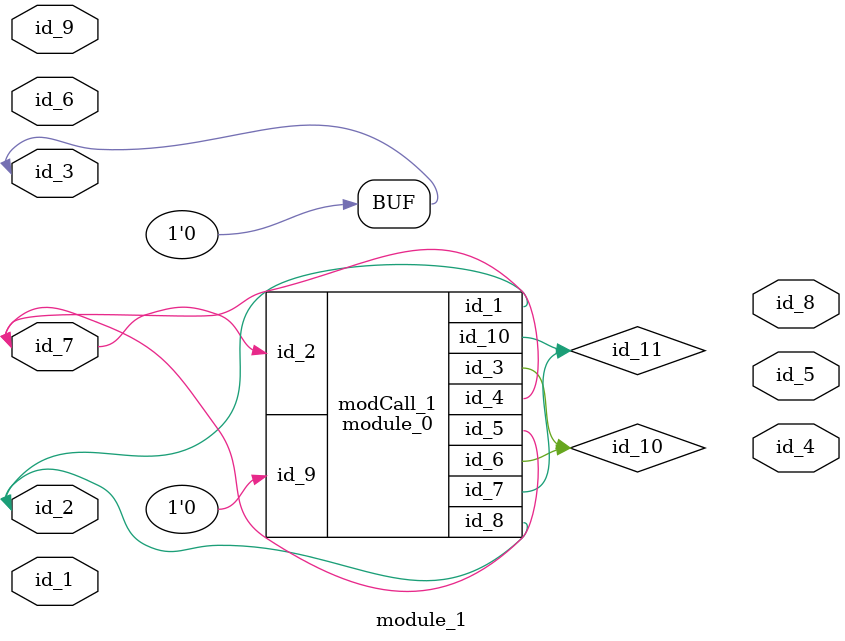
<source format=v>
module module_0 (
    id_1,
    id_2,
    id_3,
    id_4,
    id_5,
    id_6,
    id_7,
    id_8,
    id_9,
    id_10
);
  inout wire id_10;
  input wire id_9;
  inout wire id_8;
  output wire id_7;
  inout wire id_6;
  output wire id_5;
  output wire id_4;
  inout wire id_3;
  input wire id_2;
  inout wire id_1;
  assign id_8 = 'd0;
endmodule
module module_1 (
    id_1,
    id_2,
    id_3,
    id_4,
    id_5,
    id_6,
    id_7,
    id_8,
    id_9
);
  input wire id_9;
  output wire id_8;
  inout wire id_7;
  input wire id_6;
  output wire id_5;
  output wire id_4;
  inout wire id_3;
  inout wire id_2;
  input wire id_1;
  wire id_10;
  assign id_3 = -1'b0;
  wire id_11;
  module_0 modCall_1 (
      id_2,
      id_7,
      id_10,
      id_7,
      id_7,
      id_10,
      id_11,
      id_2,
      id_3,
      id_11
  );
  wire id_12;
endmodule

</source>
